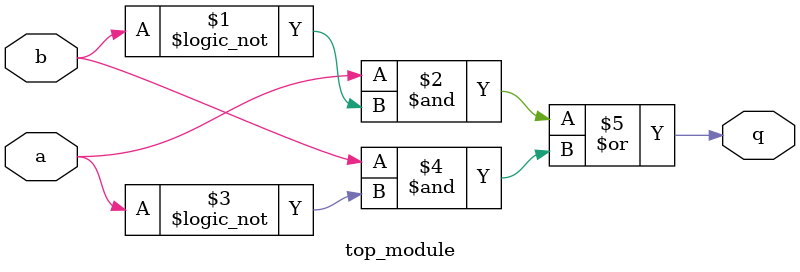
<source format=sv>
module top_module (
	input a, 
	input b, 
	output q
);
	
	assign q = (a & !b) | (b & !a);
	
endmodule

</source>
